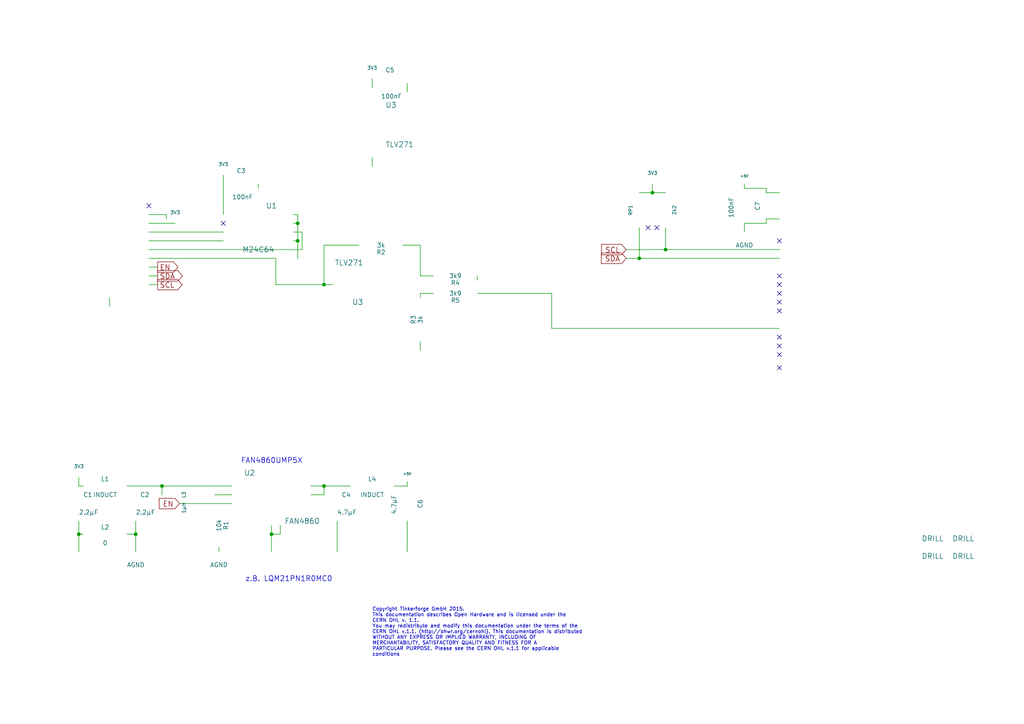
<source format=kicad_sch>
(kicad_sch (version 20230121) (generator eeschema)
  (paper "A4")
  (title_block (title "CO2 Bricklet") (date "Mi 27 Mai 2015") (rev "1.0") (company "Tinkerforge GmbH") (comment 1 "Licensed under CERN OHL v.1.1") (comment 2 "Copyright (©) 2015, B.Nordmeyer <bastian@tinkerforge.com>"))
  (lib_symbols)
  (junction (at 93.98 140.97))
  (junction (at 93.98 82.55))
  (junction (at 86.36 64.77))
  (junction (at 22.86 154.94))
  (junction (at 78.74 154.94))
  (junction (at 189.23 55.88))
  (junction (at 46.99 140.97))
  (junction (at 193.04 72.39))
  (junction (at 86.36 69.85))
  (junction (at 185.42 74.93))
  (junction (at 39.37 154.94))
  (no_connect (at 187.96 66.04))
  (no_connect (at 226.06 85.09))
  (no_connect (at 226.06 82.55))
  (no_connect (at 226.06 97.79))
  (no_connect (at 226.06 90.17))
  (no_connect (at 190.5 66.04))
  (no_connect (at 226.06 69.85))
  (no_connect (at 226.06 100.33))
  (no_connect (at 226.06 106.68))
  (no_connect (at 43.18 59.69))
  (no_connect (at 64.77 64.77))
  (no_connect (at 226.06 80.01))
  (no_connect (at 226.06 102.87))
  (no_connect (at 226.06 87.63))
  (wire (pts (xy 121.92 85.09) (xy 121.92 86.36)))
  (wire (pts (xy 185.42 66.04) (xy 185.42 74.93)))
  (wire (pts (xy 87.63 72.39) (xy 43.18 72.39)))
  (wire (pts (xy 90.17 140.97) (xy 93.98 140.97)))
  (wire (pts (xy 22.86 140.97) (xy 22.86 138.43)))
  (wire (pts (xy 222.25 54.61) (xy 222.25 55.88)))
  (wire (pts (xy 80.01 74.93) (xy 80.01 82.55)))
  (wire (pts (xy 43.18 82.55) (xy 45.72 82.55)))
  (wire (pts (xy 46.99 140.97) (xy 67.31 140.97)))
  (wire (pts (xy 64.77 50.8) (xy 64.77 62.23)))
  (wire (pts (xy 39.37 154.94) (xy 39.37 160.02)))
  (wire (pts (xy 46.99 140.97) (xy 46.99 143.51)))
  (wire (pts (xy 222.25 55.88) (xy 226.06 55.88)))
  (wire (pts (xy 86.36 64.77) (xy 86.36 69.85)))
  (wire (pts (xy 107.95 22.86) (xy 107.95 25.4)))
  (wire (pts (xy 189.23 55.88) (xy 193.04 55.88)))
  (wire (pts (xy 43.18 62.23) (xy 48.26 62.23)))
  (wire (pts (xy 121.92 80.01) (xy 121.92 71.12)))
  (wire (pts (xy 36.83 154.94) (xy 39.37 154.94)))
  (wire (pts (xy 222.25 54.61) (xy 215.9 54.61)))
  (wire (pts (xy 24.13 140.97) (xy 22.86 140.97)))
  (wire (pts (xy 93.98 71.12) (xy 93.98 82.55)))
  (wire (pts (xy 31.75 88.9) (xy 31.75 86.36)))
  (wire (pts (xy 93.98 140.97) (xy 101.6 140.97)))
  (wire (pts (xy 86.36 62.23) (xy 86.36 64.77)))
  (wire (pts (xy 185.42 74.93) (xy 226.06 74.93)))
  (wire (pts (xy 93.98 143.51) (xy 93.98 140.97)))
  (wire (pts (xy 160.02 95.25) (xy 160.02 85.09)))
  (wire (pts (xy 215.9 54.61) (xy 215.9 53.34)))
  (wire (pts (xy 118.11 151.13) (xy 118.11 160.02)))
  (wire (pts (xy 222.25 63.5) (xy 222.25 64.77)))
  (wire (pts (xy 125.73 85.09) (xy 121.92 85.09)))
  (wire (pts (xy 222.25 64.77) (xy 215.9 64.77)))
  (wire (pts (xy 36.83 140.97) (xy 46.99 140.97)))
  (wire (pts (xy 63.5 160.02) (xy 63.5 158.75)))
  (wire (pts (xy 86.36 69.85) (xy 85.09 69.85)))
  (wire (pts (xy 85.09 64.77) (xy 86.36 64.77)))
  (wire (pts (xy 93.98 82.55) (xy 96.52 82.55)))
  (wire (pts (xy 81.28 154.94) (xy 78.74 154.94)))
  (wire (pts (xy 62.23 143.51) (xy 67.31 143.51)))
  (wire (pts (xy 86.36 69.85) (xy 86.36 74.93)))
  (wire (pts (xy 193.04 72.39) (xy 181.61 72.39)))
  (wire (pts (xy 78.74 152.4) (xy 78.74 154.94)))
  (wire (pts (xy 226.06 72.39) (xy 193.04 72.39)))
  (wire (pts (xy 185.42 55.88) (xy 189.23 55.88)))
  (wire (pts (xy 107.95 45.72) (xy 107.95 48.26)))
  (wire (pts (xy 43.18 67.31) (xy 64.77 67.31)))
  (wire (pts (xy 226.06 95.25) (xy 160.02 95.25)))
  (wire (pts (xy 97.79 151.13) (xy 97.79 160.02)))
  (wire (pts (xy 215.9 64.77) (xy 215.9 67.31)))
  (wire (pts (xy 48.26 62.23) (xy 48.26 63.5)))
  (wire (pts (xy 80.01 82.55) (xy 93.98 82.55)))
  (wire (pts (xy 43.18 64.77) (xy 50.8 64.77)))
  (wire (pts (xy 90.17 143.51) (xy 93.98 143.51)))
  (wire (pts (xy 74.93 53.34) (xy 74.93 54.61)))
  (wire (pts (xy 121.92 101.6) (xy 121.92 99.06)))
  (wire (pts (xy 118.11 26.67) (xy 118.11 24.13)))
  (wire (pts (xy 104.14 71.12) (xy 93.98 71.12)))
  (wire (pts (xy 85.09 67.31) (xy 87.63 67.31)))
  (wire (pts (xy 52.07 146.05) (xy 67.31 146.05)))
  (wire (pts (xy 118.11 140.97) (xy 114.3 140.97)))
  (wire (pts (xy 121.92 71.12) (xy 116.84 71.12)))
  (wire (pts (xy 189.23 53.34) (xy 189.23 55.88)))
  (wire (pts (xy 22.86 154.94) (xy 22.86 151.13)))
  (wire (pts (xy 78.74 154.94) (xy 78.74 160.02)))
  (wire (pts (xy 22.86 160.02) (xy 22.86 154.94)))
  (wire (pts (xy 193.04 66.04) (xy 193.04 72.39)))
  (wire (pts (xy 43.18 77.47) (xy 45.72 77.47)))
  (wire (pts (xy 138.43 81.28) (xy 138.43 80.01)))
  (wire (pts (xy 87.63 67.31) (xy 87.63 72.39)))
  (wire (pts (xy 125.73 80.01) (xy 121.92 80.01)))
  (wire (pts (xy 80.01 74.93) (xy 43.18 74.93)))
  (wire (pts (xy 81.28 152.4) (xy 81.28 154.94)))
  (wire (pts (xy 39.37 151.13) (xy 39.37 154.94)))
  (wire (pts (xy 118.11 139.7) (xy 118.11 140.97)))
  (wire (pts (xy 160.02 85.09) (xy 138.43 85.09)))
  (wire (pts (xy 226.06 63.5) (xy 222.25 63.5)))
  (wire (pts (xy 64.77 69.85) (xy 43.18 69.85)))
  (wire (pts (xy 85.09 62.23) (xy 86.36 62.23)))
  (wire (pts (xy 43.18 80.01) (xy 45.72 80.01)))
  (wire (pts (xy 22.86 154.94) (xy 24.13 154.94)))
  (wire (pts (xy 181.61 74.93) (xy 185.42 74.93)))
  (text "FAN4860UMP5X" (at 69.85 134.62 0) (effects (font (size 1.524 1.524)) (justify left bottom)))
  (text "Copyright Tinkerforge GmbH 2015.\nThis documentation describes Open Hardware and is licensed under the\nCERN OHL v. 1.1.\nYou may redistribute and modify this documentation under the terms of the\nCERN OHL v.1.1. (http://ohwr.org/cernohl). This documentation is distributed\nWITHOUT ANY EXPRESS OR IMPLIED WARRANTY, INCLUDING OF\nMERCHANTABILITY, SATISFACTORY QUALITY AND FITNESS FOR A\nPARTICULAR PURPOSE. Please see the CERN OHL v.1.1 for applicable\nconditions\n" (at 107.95 190.5 0) (effects (font (size 1.016 1.016)) (justify left bottom)))
  (text "z.B. LQM21PN1R0MC0" (at 71.12 168.91 0) (effects (font (size 1.524 1.524)) (justify left bottom)))
  (global_label "EN" (shape input) (at 52.07 146.05 180) (effects (font (size 1.524 1.524))) (property "Intersheetrefs" "${INTERSHEET_REFS}" (effects hide)))
  (global_label "SCL" (shape input) (at 181.61 72.39 180) (effects (font (size 1.524 1.524))) (property "Intersheetrefs" "${INTERSHEET_REFS}" (effects hide)))
  (global_label "EN" (shape output) (at 45.72 77.47 0) (effects (font (size 1.524 1.524))) (property "Intersheetrefs" "${INTERSHEET_REFS}" (effects hide)))
  (global_label "SCL" (shape output) (at 45.72 82.55 0) (effects (font (size 1.524 1.524))) (property "Intersheetrefs" "${INTERSHEET_REFS}" (effects hide)))
  (global_label "SDA" (shape output) (at 45.72 80.01 0) (effects (font (size 1.524 1.524))) (property "Intersheetrefs" "${INTERSHEET_REFS}" (effects hide)))
  (global_label "SDA" (shape input) (at 181.61 74.93 180) (effects (font (size 1.524 1.524))) (property "Intersheetrefs" "${INTERSHEET_REFS}" (effects hide)))
  (symbol (lib_id "DRILL") (at 279.4 156.21 0) (unit 1)
    (property "Reference" "U7" (effects hide))
    (property "Value" "DRILL" (at 279.4 156.21 0) (effects (font (size 1.524 1.524))))
    (property "Footprint" "kicad-libraries:DRILL_NP" (effects hide))
  )
  (symbol (lib_id "DRILL") (at 279.4 161.29 0) (unit 1)
    (property "Reference" "U8" (effects hide))
    (property "Value" "DRILL" (at 279.4 161.29 0) (effects (font (size 1.524 1.524))))
    (property "Footprint" "kicad-libraries:DRILL_NP" (effects hide))
  )
  (symbol (lib_id "DRILL") (at 270.51 156.21 0) (unit 1)
    (property "Reference" "U5" (effects hide))
    (property "Value" "DRILL" (at 270.51 156.21 0) (effects (font (size 1.524 1.524))))
    (property "Footprint" "kicad-libraries:DRILL_NP" (effects hide))
  )
  (symbol (lib_id "DRILL") (at 270.51 161.29 0) (unit 1)
    (property "Reference" "U6" (effects hide))
    (property "Value" "DRILL" (at 270.51 161.29 0) (effects (font (size 1.524 1.524))))
    (property "Footprint" "kicad-libraries:DRILL_NP" (effects hide))
  )
  (symbol (lib_id "CON-SENSOR") (at 31.75 71.12 0) (mirror y) (unit 1)
    (property "Reference" "P1" (at 38.1 57.15 0) (effects (font (size 1.524 1.524))))
    (property "Value" "CON-SENSOR" (at 26.67 71.12 90) (effects (font (size 1.524 1.524))))
    (property "Footprint" "kicad-libraries:CON-SENSOR" (effects hide))
  )
  (symbol (lib_id "FAN4860") (at 78.74 143.51 0) (unit 1)
    (property "Reference" "U2" (at 72.39 137.16 0) (effects (font (size 1.524 1.524))))
    (property "Value" "FAN4860" (at 87.63 151.13 0) (effects (font (size 1.524 1.524))))
    (property "Footprint" "kicad-libraries:UMLP_22" (effects hide))
  )
  (symbol (lib_id "INDUCTOR") (at 54.61 143.51 0) (unit 1)
    (property "Reference" "L3" (at 53.34 143.51 90) (effects (font (size 1.016 1.016))))
    (property "Value" "1µH" (at 53.34 147.32 90) (effects (font (size 1.016 1.016))))
    (property "Footprint" "kicad-libraries:C0805" (effects hide))
  )
  (symbol (lib_id "C") (at 39.37 146.05 0) (unit 1)
    (property "Reference" "C2" (at 40.64 143.51 0) (effects (justify left)))
    (property "Value" "2.2µF" (at 39.37 148.59 0) (effects (justify left)))
    (property "Footprint" "kicad-libraries:C0603" (effects hide))
  )
  (symbol (lib_id "C") (at 97.79 146.05 0) (unit 1)
    (property "Reference" "C4" (at 99.06 143.51 0) (effects (justify left)))
    (property "Value" "4.7µF" (at 97.79 148.59 0) (effects (justify left)))
    (property "Footprint" "kicad-libraries:C0805" (effects hide))
  )
  (symbol (lib_id "+5V") (at 118.11 139.7 0) (unit 1)
    (property "Reference" "#PWR01" (effects hide))
    (property "Value" "+5V" (at 118.11 137.414 0) (effects (font (size 0.762 0.762))))
  )
  (symbol (lib_id "3V3") (at 22.86 138.43 0) (unit 1)
    (property "Reference" "#PWR02" (effects hide))
    (property "Value" "3V3" (at 22.86 135.255 0) (effects (font (size 1.016 1.016))))
  )
  (symbol (lib_id "GND") (at 48.26 63.5 0) (unit 1)
    (property "Reference" "#PWR03" (effects hide))
    (property "Value" "GND" (effects hide))
  )
  (symbol (lib_id "3V3") (at 50.8 64.77 0) (unit 1)
    (property "Reference" "#PWR04" (effects hide))
    (property "Value" "3V3" (at 50.8 61.595 0) (effects (font (size 1.016 1.016))))
  )
  (symbol (lib_id "R") (at 63.5 152.4 0) (unit 1)
    (property "Reference" "R1" (at 65.532 152.4 90))
    (property "Value" "10k" (at 63.5 152.4 90))
    (property "Footprint" "kicad-libraries:R0603" (effects hide))
  )
  (symbol (lib_id "CAT24C") (at 74.93 72.39 0) (mirror y) (unit 1)
    (property "Reference" "U1" (at 78.74 59.69 0) (effects (font (size 1.524 1.524))))
    (property "Value" "M24C64" (at 74.93 72.39 0) (effects (font (size 1.524 1.524))))
    (property "Footprint" "kicad-libraries:SOIC8" (effects hide))
  )
  (symbol (lib_id "C") (at 69.85 53.34 270) (unit 1)
    (property "Reference" "C3" (at 68.58 49.53 90) (effects (justify left)))
    (property "Value" "100nF" (at 67.31 57.15 90) (effects (justify left)))
    (property "Footprint" "kicad-libraries:C0603" (effects hide))
  )
  (symbol (lib_id "GND") (at 74.93 54.61 0) (unit 1)
    (property "Reference" "#PWR05" (effects hide))
    (property "Value" "GND" (effects hide))
  )
  (symbol (lib_id "3V3") (at 64.77 50.8 0) (unit 1)
    (property "Reference" "#PWR06" (effects hide))
    (property "Value" "3V3" (at 64.77 47.625 0) (effects (font (size 1.016 1.016))))
  )
  (symbol (lib_id "GND") (at 86.36 74.93 0) (unit 1)
    (property "Reference" "#PWR07" (effects hide))
    (property "Value" "GND" (effects hide))
  )
  (symbol (lib_id "GND") (at 31.75 88.9 0) (unit 1)
    (property "Reference" "#PWR08" (effects hide))
    (property "Value" "GND" (effects hide))
  )
  (symbol (lib_id "TLV271") (at 109.22 82.55 180) (unit 1)
    (property "Reference" "U3" (at 105.41 87.63 0) (effects (font (size 1.524 1.524)) (justify left)))
    (property "Value" "TLV271" (at 105.41 76.2 0) (effects (font (size 1.524 1.524)) (justify left)))
    (property "Footprint" "kicad-libraries:SOT23-5" (effects hide))
  )
  (symbol (lib_id "TLV271") (at 107.95 35.56 0) (unit 2)
    (property "Reference" "U3" (at 111.76 30.48 0) (effects (font (size 1.524 1.524)) (justify left)))
    (property "Value" "TLV271" (at 111.76 41.91 0) (effects (font (size 1.524 1.524)) (justify left)))
    (property "Footprint" "kicad-libraries:SOT23-5" (effects hide))
  )
  (symbol (lib_id "GND") (at 107.95 48.26 0) (unit 1)
    (property "Reference" "#PWR09" (effects hide))
    (property "Value" "GND" (effects hide))
  )
  (symbol (lib_id "3V3") (at 107.95 22.86 0) (unit 1)
    (property "Reference" "#PWR010" (effects hide))
    (property "Value" "3V3" (at 107.95 19.685 0) (effects (font (size 1.016 1.016))))
  )
  (symbol (lib_id "C") (at 113.03 24.13 270) (unit 1)
    (property "Reference" "C5" (at 111.76 20.32 90) (effects (justify left)))
    (property "Value" "100nF" (at 110.49 27.94 90) (effects (justify left)))
    (property "Footprint" "kicad-libraries:C0603" (effects hide))
  )
  (symbol (lib_id "GND") (at 118.11 26.67 0) (unit 1)
    (property "Reference" "#PWR011" (effects hide))
    (property "Value" "GND" (effects hide))
  )
  (symbol (lib_id "R") (at 132.08 80.01 270) (unit 1)
    (property "Reference" "R4" (at 132.08 82.042 90))
    (property "Value" "3k9" (at 132.08 80.01 90))
    (property "Footprint" "kicad-libraries:R0603" (effects hide))
  )
  (symbol (lib_id "R") (at 132.08 85.09 270) (unit 1)
    (property "Reference" "R5" (at 132.08 87.122 90))
    (property "Value" "3k9" (at 132.08 85.09 90))
    (property "Footprint" "kicad-libraries:R0603" (effects hide))
  )
  (symbol (lib_id "R") (at 110.49 71.12 270) (unit 1)
    (property "Reference" "R2" (at 110.49 73.152 90))
    (property "Value" "3k" (at 110.49 71.12 90))
    (property "Footprint" "kicad-libraries:R0603" (effects hide))
  )
  (symbol (lib_id "R") (at 121.92 92.71 180) (unit 1)
    (property "Reference" "R3" (at 119.888 92.71 90))
    (property "Value" "3k" (at 121.92 92.71 90))
    (property "Footprint" "kicad-libraries:R0603" (effects hide))
  )
  (symbol (lib_id "GND") (at 121.92 101.6 0) (unit 1)
    (property "Reference" "#PWR012" (effects hide))
    (property "Value" "GND" (effects hide))
  )
  (symbol (lib_id "GND") (at 138.43 81.28 0) (unit 1)
    (property "Reference" "#PWR013" (effects hide))
    (property "Value" "GND" (effects hide))
  )
  (symbol (lib_id "+5V") (at 215.9 53.34 0) (unit 1)
    (property "Reference" "#PWR014" (effects hide))
    (property "Value" "+5V" (at 215.9 51.054 0) (effects (font (size 0.762 0.762))))
  )
  (symbol (lib_id "C") (at 118.11 146.05 180) (unit 1)
    (property "Reference" "C6" (at 121.92 144.78 90) (effects (justify left)))
    (property "Value" "4.7µF" (at 114.3 143.51 90) (effects (justify left)))
    (property "Footprint" "kicad-libraries:C0805" (effects hide))
  )
  (symbol (lib_id "INDUCT") (at 107.95 140.97 90) (unit 1)
    (property "Reference" "L4" (at 107.95 138.938 90))
    (property "Value" "INDUCT" (at 107.95 143.51 90))
    (property "Footprint" "kicad-libraries:C0603" (effects hide))
  )
  (symbol (lib_id "AGND") (at 118.11 160.02 0) (unit 1)
    (property "Reference" "#PWR015" (effects hide))
    (property "Value" "AGND" (at 118.11 163.83 0))
  )
  (symbol (lib_id "AGND") (at 215.9 67.31 0) (unit 1)
    (property "Reference" "#PWR022" (effects hide))
    (property "Value" "AGND" (at 215.9 71.12 0))
  )
  (symbol (lib_id "AGND") (at 78.74 160.02 0) (unit 1)
    (property "Reference" "#PWR016" (effects hide))
    (property "Value" "AGND" (at 78.74 163.83 0))
  )
  (symbol (lib_id "AGND") (at 63.5 160.02 0) (unit 1)
    (property "Reference" "#PWR017" (effects hide))
    (property "Value" "AGND" (at 63.5 163.83 0))
  )
  (symbol (lib_id "AGND") (at 39.37 160.02 0) (unit 1)
    (property "Reference" "#PWR018" (effects hide))
    (property "Value" "AGND" (at 39.37 163.83 0))
  )
  (symbol (lib_id "AGND") (at 97.79 160.02 0) (unit 1)
    (property "Reference" "#PWR019" (effects hide))
    (property "Value" "AGND" (at 97.79 163.83 0))
  )
  (symbol (lib_id "INDUCT") (at 30.48 140.97 90) (unit 1)
    (property "Reference" "L1" (at 30.48 138.938 90))
    (property "Value" "INDUCT" (at 30.48 143.51 90))
    (property "Footprint" "kicad-libraries:C0603" (effects hide))
  )
  (symbol (lib_id "C") (at 22.86 146.05 0) (unit 1)
    (property "Reference" "C1" (at 24.13 143.51 0) (effects (justify left)))
    (property "Value" "2.2µF" (at 22.86 148.59 0) (effects (justify left)))
    (property "Footprint" "kicad-libraries:C0603" (effects hide))
  )
  (symbol (lib_id "INDUCT") (at 30.48 154.94 90) (unit 1)
    (property "Reference" "L2" (at 30.48 152.908 90))
    (property "Value" "0" (at 30.48 157.48 90))
    (property "Footprint" "kicad-libraries:C0603" (effects hide))
  )
  (symbol (lib_id "GND") (at 22.86 160.02 0) (unit 1)
    (property "Reference" "#PWR020" (effects hide))
    (property "Value" "GND" (effects hide))
  )
  (symbol (lib_id "K30") (at 236.22 81.28 0) (unit 1)
    (property "Reference" "U4" (at 231.14 50.8 0) (effects (font (size 1.524 1.524))))
    (property "Value" "K30" (at 231.14 111.76 0) (effects (font (size 1.524 1.524))))
    (property "Footprint" "kicad-libraries:K30" (effects hide))
  )
  (symbol (lib_id "C") (at 215.9 59.69 180) (unit 1)
    (property "Reference" "C7" (at 219.71 58.42 90) (effects (justify left)))
    (property "Value" "100nF" (at 212.09 57.15 90) (effects (justify left)))
    (property "Footprint" "kicad-libraries:C0603" (effects hide))
  )
  (symbol (lib_id "R_PACK4") (at 194.31 60.96 90) (mirror x) (unit 1)
    (property "Reference" "RP1" (at 182.88 60.96 0) (effects (font (size 1.016 1.016))))
    (property "Value" "2k2" (at 195.58 60.96 0) (effects (font (size 1.016 1.016))))
    (property "Footprint" "kicad-libraries:4X0603" (effects hide))
  )
  (symbol (lib_id "3V3") (at 189.23 53.34 0) (unit 1)
    (property "Reference" "#PWR021" (effects hide))
    (property "Value" "3V3" (at 189.23 50.165 0) (effects (font (size 1.016 1.016))))
  )
)
</source>
